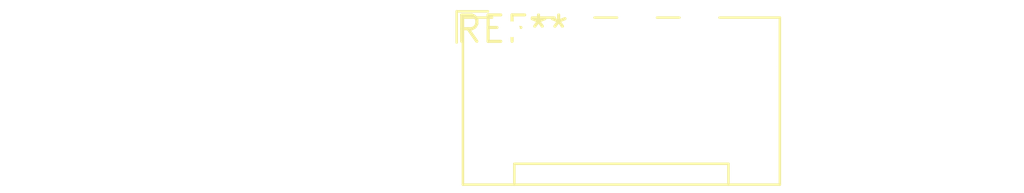
<source format=kicad_pcb>
(kicad_pcb (version 20240108) (generator pcbnew)
  (layers (0 "F.Cu" signal) (31 "B.Cu" signal) (34 "B.Paste" user) (35 "F.Paste" user) (36 "B.SilkS" user "B.Silkscreen") (37 "F.SilkS" user "F.Silkscreen") (38 "B.Mask" user) (39 "F.Mask" user) (44 "Edge.Cuts" user))
  (net 0 "")
  (footprint "JST_ZE_S08B-ZESK-2D_1x08_P1.50mm_Horizontal" (layer "F.Cu") (at 0 0)
    (property "Reference" "REF**")
    (property "Value" "JST_ZE_S08B-ZESK-2D_1x08_P1.50mm_Horizontal")
    (fp_line (start -2.66 -0.86) (end -1.16 -0.86) (layer "F.SilkS") (stroke (width 0.12)))
    (fp_line (start -2.66 0.64) (end -2.66 -0.86) (layer "F.SilkS") (stroke (width 0.12)))
    (fp_line (start -2.36 -0.56) (end -2.36 7.46) (layer "F.SilkS") (stroke (width 0.12)))
    (fp_line (start -2.36 7.46) (end 12.86 7.46) (layer "F.SilkS") (stroke (width 0.12)))
    (fp_line (start -0.96 -0.56) (end -2.36 -0.56) (layer "F.SilkS") (stroke (width 0.12)))
    (fp_line (start 0.11 6.46) (end 10.39 6.46) (layer "F.SilkS") (stroke (width 0.12)))
    (fp_line (start 0.11 7.46) (end 0.11 6.46) (layer "F.SilkS") (stroke (width 0.12)))
    (fp_line (start 0.96 -0.56) (end 2.04 -0.56) (layer "F.SilkS") (stroke (width 0.12)))
    (fp_line (start 3.96 -0.56) (end 5.04 -0.56) (layer "F.SilkS") (stroke (width 0.12)))
    (fp_line (start 6.96 -0.56) (end 8.04 -0.56) (layer "F.SilkS") (stroke (width 0.12)))
    (fp_line (start 10.39 6.46) (end 10.39 7.46) (layer "F.SilkS") (stroke (width 0.12)))
    (fp_line (start 12.86 -0.56) (end 9.96 -0.56) (layer "F.SilkS") (stroke (width 0.12)))
    (fp_line (start 12.86 7.46) (end 12.86 -0.56) (layer "F.SilkS") (stroke (width 0.12)))
    (pad "" np_thru_hole circle (at -1.55 1.85) (size 1.15 1.15) (drill 1.15) (layers *.Cu *.Mask))
    (pad "" np_thru_hole circle (at 12.05 1.85) (size 1.15 1.15) (drill 1.15) (layers *.Cu *.Mask))
    (pad "1" thru_hole roundrect (at 0 0) (size 1.4 1.75) (drill 0.75) (layers *.Cu *.Mask) (remove_unused_layers) (roundrect_rratio 0.178571))
    (pad "2" thru_hole oval (at 1.5 3.7) (size 1.4 1.75) (drill 0.75) (layers *.Cu *.Mask) (remove_unused_layers))
    (pad "3" thru_hole oval (at 3 0) (size 1.4 1.75) (drill 0.75) (layers *.Cu *.Mask) (remove_unused_layers))
    (pad "4" thru_hole oval (at 4.5 3.7) (size 1.4 1.75) (drill 0.75) (layers *.Cu *.Mask) (remove_unused_layers))
    (pad "5" thru_hole oval (at 6 0) (size 1.4 1.75) (drill 0.75) (layers *.Cu *.Mask) (remove_unused_layers))
    (pad "6" thru_hole oval (at 7.5 3.7) (size 1.4 1.75) (drill 0.75) (layers *.Cu *.Mask) (remove_unused_layers))
    (pad "7" thru_hole oval (at 9 0) (size 1.4 1.75) (drill 0.75) (layers *.Cu *.Mask) (remove_unused_layers))
    (pad "8" thru_hole oval (at 10.5 3.7) (size 1.4 1.75) (drill 0.75) (layers *.Cu *.Mask) (remove_unused_layers))
  )
)
</source>
